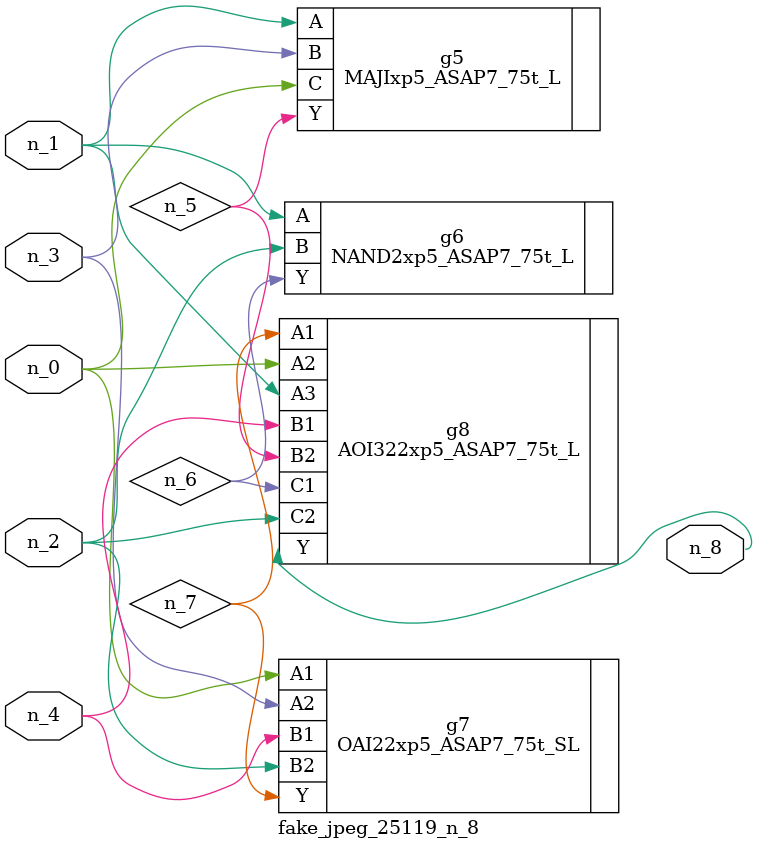
<source format=v>
module fake_jpeg_25119_n_8 (n_3, n_2, n_1, n_0, n_4, n_8);

input n_3;
input n_2;
input n_1;
input n_0;
input n_4;

output n_8;

wire n_6;
wire n_5;
wire n_7;

MAJIxp5_ASAP7_75t_L g5 ( 
.A(n_1),
.B(n_3),
.C(n_0),
.Y(n_5)
);

NAND2xp5_ASAP7_75t_L g6 ( 
.A(n_1),
.B(n_2),
.Y(n_6)
);

OAI22xp5_ASAP7_75t_SL g7 ( 
.A1(n_0),
.A2(n_3),
.B1(n_4),
.B2(n_2),
.Y(n_7)
);

AOI322xp5_ASAP7_75t_L g8 ( 
.A1(n_7),
.A2(n_0),
.A3(n_1),
.B1(n_4),
.B2(n_5),
.C1(n_6),
.C2(n_2),
.Y(n_8)
);


endmodule
</source>
